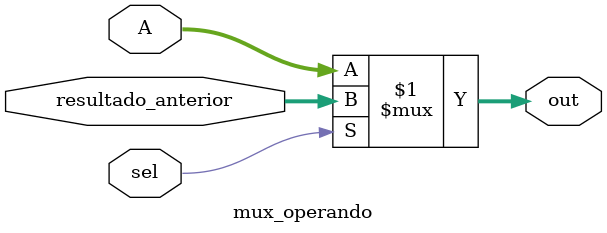
<source format=v>
module mux_operando(
    input  [7:0] A,                    // Entrada A (primeira operação)
    input  [7:0] resultado_anterior,  // Resultado anterior (operações subsequentes)
    input        sel,                 // Seleção (0=A, 1=resultado_anterior)
    output [7:0] out                  // Primeiro operando selecionado
);

    assign out = sel ? resultado_anterior : A;

endmodule
</source>
